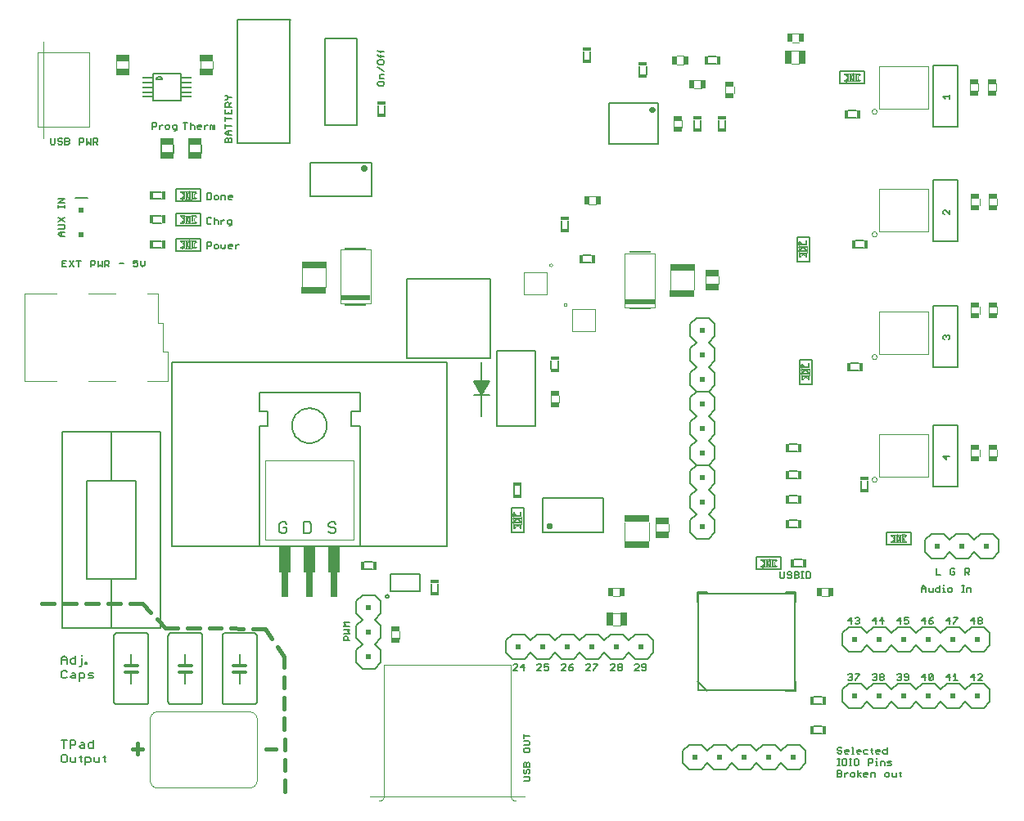
<source format=gto>
G75*
%MOIN*%
%OFA0B0*%
%FSLAX24Y24*%
%IPPOS*%
%LPD*%
%AMOC8*
5,1,8,0,0,1.08239X$1,22.5*
%
%ADD10C,0.0060*%
%ADD11C,0.0080*%
%ADD12C,0.0160*%
%ADD13R,0.0394X0.0098*%
%ADD14C,0.0020*%
%ADD15C,0.0040*%
%ADD16C,0.0050*%
%ADD17R,0.0059X0.0079*%
%ADD18R,0.0020X0.0020*%
%ADD19R,0.0148X0.0020*%
%ADD20R,0.0118X0.0079*%
%ADD21R,0.0089X0.0354*%
%ADD22R,0.0197X0.0079*%
%ADD23R,0.0089X0.0217*%
%ADD24R,0.0039X0.0039*%
%ADD25R,0.0160X0.0340*%
%ADD26R,0.0551X0.0256*%
%ADD27C,0.0039*%
%ADD28R,0.0200X0.0200*%
%ADD29C,0.0079*%
%ADD30C,0.0118*%
%ADD31R,0.0340X0.0160*%
%ADD32R,0.0300X0.0250*%
%ADD33R,0.0500X0.1100*%
%ADD34R,0.0300X0.0750*%
%ADD35C,0.0120*%
%ADD36R,0.0079X0.0059*%
%ADD37R,0.0020X0.0148*%
%ADD38R,0.0079X0.0118*%
%ADD39R,0.0354X0.0089*%
%ADD40R,0.0079X0.0197*%
%ADD41R,0.0217X0.0089*%
%ADD42R,0.0197X0.0374*%
%ADD43R,0.0571X0.0295*%
%ADD44R,0.1024X0.0295*%
%ADD45R,0.0374X0.0197*%
%ADD46R,0.0866X0.0059*%
%ADD47R,0.1240X0.0197*%
%ADD48R,0.0295X0.0571*%
D10*
X004482Y004164D02*
X004482Y006864D01*
X004484Y006881D01*
X004488Y006898D01*
X004495Y006914D01*
X004505Y006928D01*
X004518Y006941D01*
X004532Y006951D01*
X004548Y006958D01*
X004565Y006962D01*
X004582Y006964D01*
X005782Y006964D01*
X005799Y006962D01*
X005816Y006958D01*
X005832Y006951D01*
X005846Y006941D01*
X005859Y006928D01*
X005869Y006914D01*
X005876Y006898D01*
X005880Y006881D01*
X005882Y006864D01*
X005882Y004164D01*
X005880Y004147D01*
X005876Y004130D01*
X005869Y004114D01*
X005859Y004100D01*
X005846Y004087D01*
X005832Y004077D01*
X005816Y004070D01*
X005799Y004066D01*
X005782Y004064D01*
X004582Y004064D01*
X004565Y004066D01*
X004548Y004070D01*
X004532Y004077D01*
X004518Y004087D01*
X004505Y004100D01*
X004495Y004114D01*
X004488Y004130D01*
X004484Y004147D01*
X004482Y004164D01*
X005182Y004914D02*
X005182Y005384D01*
X005182Y005634D02*
X005182Y006114D01*
X006687Y006864D02*
X006687Y004164D01*
X006689Y004147D01*
X006693Y004130D01*
X006700Y004114D01*
X006710Y004100D01*
X006723Y004087D01*
X006737Y004077D01*
X006753Y004070D01*
X006770Y004066D01*
X006787Y004064D01*
X007987Y004064D01*
X008004Y004066D01*
X008021Y004070D01*
X008037Y004077D01*
X008051Y004087D01*
X008064Y004100D01*
X008074Y004114D01*
X008081Y004130D01*
X008085Y004147D01*
X008087Y004164D01*
X008087Y006864D01*
X008085Y006881D01*
X008081Y006898D01*
X008074Y006914D01*
X008064Y006928D01*
X008051Y006941D01*
X008037Y006951D01*
X008021Y006958D01*
X008004Y006962D01*
X007987Y006964D01*
X006787Y006964D01*
X006770Y006962D01*
X006753Y006958D01*
X006737Y006951D01*
X006723Y006941D01*
X006710Y006928D01*
X006700Y006914D01*
X006693Y006898D01*
X006689Y006881D01*
X006687Y006864D01*
X007387Y006114D02*
X007387Y005634D01*
X007387Y005384D02*
X007387Y004914D01*
X008891Y004164D02*
X008891Y006864D01*
X008893Y006881D01*
X008897Y006898D01*
X008904Y006914D01*
X008914Y006928D01*
X008927Y006941D01*
X008941Y006951D01*
X008957Y006958D01*
X008974Y006962D01*
X008991Y006964D01*
X010191Y006964D01*
X010208Y006962D01*
X010225Y006958D01*
X010241Y006951D01*
X010255Y006941D01*
X010268Y006928D01*
X010278Y006914D01*
X010285Y006898D01*
X010289Y006881D01*
X010291Y006864D01*
X010291Y004164D01*
X010289Y004147D01*
X010285Y004130D01*
X010278Y004114D01*
X010268Y004100D01*
X010255Y004087D01*
X010241Y004077D01*
X010225Y004070D01*
X010208Y004066D01*
X010191Y004064D01*
X008991Y004064D01*
X008974Y004066D01*
X008957Y004070D01*
X008941Y004077D01*
X008927Y004087D01*
X008914Y004100D01*
X008904Y004114D01*
X008897Y004130D01*
X008893Y004147D01*
X008891Y004164D01*
X009591Y004914D02*
X009591Y005384D01*
X009591Y005634D02*
X009591Y006114D01*
X013832Y006654D02*
X013832Y006781D01*
X013875Y006824D01*
X013960Y006824D01*
X014002Y006781D01*
X014002Y006654D01*
X014087Y006654D02*
X013832Y006654D01*
X013832Y006944D02*
X014087Y006944D01*
X014002Y007029D01*
X014087Y007114D01*
X013832Y007114D01*
X013832Y007234D02*
X013917Y007319D01*
X013832Y007404D01*
X014087Y007404D01*
X014087Y007234D02*
X013832Y007234D01*
X014669Y009574D02*
X015009Y009574D01*
X015009Y009854D02*
X014669Y009854D01*
X017398Y008984D02*
X017398Y008644D01*
X017679Y008644D02*
X017679Y008984D01*
X020790Y005699D02*
X020747Y005656D01*
X020790Y005699D02*
X020875Y005699D01*
X020917Y005656D01*
X020917Y005614D01*
X020747Y005444D01*
X020917Y005444D01*
X021037Y005571D02*
X021207Y005571D01*
X021165Y005444D02*
X021165Y005699D01*
X021037Y005571D01*
X021708Y005656D02*
X021750Y005699D01*
X021836Y005699D01*
X021878Y005656D01*
X021878Y005614D01*
X021708Y005444D01*
X021878Y005444D01*
X021998Y005486D02*
X022040Y005444D01*
X022126Y005444D01*
X022168Y005486D01*
X022168Y005571D01*
X022126Y005614D01*
X022083Y005614D01*
X021998Y005571D01*
X021998Y005699D01*
X022168Y005699D01*
X022708Y005656D02*
X022750Y005699D01*
X022836Y005699D01*
X022878Y005656D01*
X022878Y005614D01*
X022708Y005444D01*
X022878Y005444D01*
X022998Y005486D02*
X023040Y005444D01*
X023126Y005444D01*
X023168Y005486D01*
X023168Y005529D01*
X023126Y005571D01*
X022998Y005571D01*
X022998Y005486D01*
X022998Y005571D02*
X023083Y005656D01*
X023168Y005699D01*
X023708Y005656D02*
X023750Y005699D01*
X023836Y005699D01*
X023878Y005656D01*
X023878Y005614D01*
X023708Y005444D01*
X023878Y005444D01*
X023998Y005444D02*
X023998Y005486D01*
X024168Y005656D01*
X024168Y005699D01*
X023998Y005699D01*
X024708Y005656D02*
X024750Y005699D01*
X024836Y005699D01*
X024878Y005656D01*
X024878Y005614D01*
X024708Y005444D01*
X024878Y005444D01*
X024998Y005486D02*
X024998Y005529D01*
X025040Y005571D01*
X025126Y005571D01*
X025168Y005529D01*
X025168Y005486D01*
X025126Y005444D01*
X025040Y005444D01*
X024998Y005486D01*
X025040Y005571D02*
X024998Y005614D01*
X024998Y005656D01*
X025040Y005699D01*
X025126Y005699D01*
X025168Y005656D01*
X025168Y005614D01*
X025126Y005571D01*
X025687Y005656D02*
X025729Y005699D01*
X025814Y005699D01*
X025857Y005656D01*
X025857Y005614D01*
X025687Y005444D01*
X025857Y005444D01*
X025977Y005486D02*
X026019Y005444D01*
X026104Y005444D01*
X026147Y005486D01*
X026147Y005656D01*
X026104Y005699D01*
X026019Y005699D01*
X025977Y005656D01*
X025977Y005614D01*
X026019Y005571D01*
X026147Y005571D01*
X021412Y002763D02*
X021157Y002763D01*
X021157Y002848D02*
X021157Y002677D01*
X021157Y002558D02*
X021369Y002558D01*
X021412Y002515D01*
X021412Y002430D01*
X021369Y002387D01*
X021157Y002387D01*
X021199Y002268D02*
X021157Y002225D01*
X021157Y002140D01*
X021199Y002097D01*
X021369Y002097D01*
X021412Y002140D01*
X021412Y002225D01*
X021369Y002268D01*
X021199Y002268D01*
X021199Y001688D02*
X021242Y001688D01*
X021284Y001645D01*
X021284Y001517D01*
X021327Y001398D02*
X021369Y001398D01*
X021412Y001355D01*
X021412Y001270D01*
X021369Y001227D01*
X021284Y001270D02*
X021284Y001355D01*
X021327Y001398D01*
X021199Y001398D02*
X021157Y001355D01*
X021157Y001270D01*
X021199Y001227D01*
X021242Y001227D01*
X021284Y001270D01*
X021369Y001108D02*
X021157Y001108D01*
X021157Y000937D02*
X021369Y000937D01*
X021412Y000980D01*
X021412Y001065D01*
X021369Y001108D01*
X021412Y001517D02*
X021412Y001645D01*
X021369Y001688D01*
X021327Y001688D01*
X021284Y001645D01*
X021199Y001688D02*
X021157Y001645D01*
X021157Y001517D01*
X021412Y001517D01*
X031609Y009246D02*
X031609Y009459D01*
X031779Y009459D02*
X031779Y009246D01*
X031736Y009204D01*
X031651Y009204D01*
X031609Y009246D01*
X031899Y009246D02*
X031941Y009204D01*
X032026Y009204D01*
X032069Y009246D01*
X032069Y009289D01*
X032026Y009331D01*
X031941Y009331D01*
X031899Y009374D01*
X031899Y009416D01*
X031941Y009459D01*
X032026Y009459D01*
X032069Y009416D01*
X032189Y009459D02*
X032189Y009204D01*
X032316Y009204D01*
X032359Y009246D01*
X032359Y009289D01*
X032316Y009331D01*
X032189Y009331D01*
X032316Y009331D02*
X032359Y009374D01*
X032359Y009416D01*
X032316Y009459D01*
X032189Y009459D01*
X032169Y009674D02*
X032509Y009674D01*
X032521Y009459D02*
X032521Y009204D01*
X032479Y009204D02*
X032564Y009204D01*
X032672Y009204D02*
X032800Y009204D01*
X032842Y009246D01*
X032842Y009416D01*
X032800Y009459D01*
X032672Y009459D01*
X032672Y009204D01*
X032564Y009459D02*
X032479Y009459D01*
X032509Y009954D02*
X032169Y009954D01*
X032309Y011274D02*
X031969Y011274D01*
X031969Y011554D02*
X032309Y011554D01*
X032309Y012274D02*
X031969Y012274D01*
X031969Y012554D02*
X032309Y012554D01*
X032309Y013274D02*
X031969Y013274D01*
X031969Y013554D02*
X032309Y013554D01*
X032309Y014374D02*
X031969Y014374D01*
X031969Y014654D02*
X032309Y014654D01*
X034898Y013184D02*
X034898Y012844D01*
X035179Y012844D02*
X035179Y013184D01*
X038253Y014171D02*
X038381Y014044D01*
X038381Y014214D01*
X038509Y014171D02*
X038253Y014171D01*
X034809Y017674D02*
X034469Y017674D01*
X034469Y017954D02*
X034809Y017954D01*
X038253Y018986D02*
X038253Y019071D01*
X038296Y019114D01*
X038338Y019114D01*
X038381Y019071D01*
X038424Y019114D01*
X038466Y019114D01*
X038509Y019071D01*
X038509Y018986D01*
X038466Y018944D01*
X038381Y019029D02*
X038381Y019071D01*
X038296Y018944D02*
X038253Y018986D01*
X035009Y022674D02*
X034669Y022674D01*
X034669Y022954D02*
X035009Y022954D01*
X038253Y024086D02*
X038296Y024044D01*
X038253Y024086D02*
X038253Y024171D01*
X038296Y024214D01*
X038338Y024214D01*
X038509Y024044D01*
X038509Y024214D01*
X034709Y027974D02*
X034369Y027974D01*
X034369Y028254D02*
X034709Y028254D01*
X038253Y028829D02*
X038509Y028829D01*
X038509Y028744D02*
X038509Y028914D01*
X038338Y028744D02*
X038253Y028829D01*
X029379Y027884D02*
X029379Y027544D01*
X029098Y027544D02*
X029098Y027884D01*
X028379Y027884D02*
X028379Y027544D01*
X028098Y027544D02*
X028098Y027884D01*
X026159Y029744D02*
X026159Y030084D01*
X025878Y030084D02*
X025878Y029744D01*
X023879Y030344D02*
X023879Y030684D01*
X023598Y030684D02*
X023598Y030344D01*
X028669Y030454D02*
X029009Y030454D01*
X029009Y030174D02*
X028669Y030174D01*
X022979Y023784D02*
X022979Y023444D01*
X022698Y023444D02*
X022698Y023784D01*
X023569Y022354D02*
X023909Y022354D01*
X023909Y022074D02*
X023569Y022074D01*
X022566Y018085D02*
X022566Y017745D01*
X022286Y017745D02*
X022286Y018085D01*
X021046Y012957D02*
X021046Y012616D01*
X020766Y012616D02*
X020766Y012957D01*
X009429Y022644D02*
X009429Y022814D01*
X009429Y022729D02*
X009514Y022814D01*
X009556Y022814D01*
X009309Y022771D02*
X009309Y022729D01*
X009139Y022729D01*
X009139Y022771D02*
X009181Y022814D01*
X009266Y022814D01*
X009309Y022771D01*
X009266Y022644D02*
X009181Y022644D01*
X009139Y022686D01*
X009139Y022771D01*
X009019Y022814D02*
X009019Y022686D01*
X008976Y022644D01*
X008934Y022686D01*
X008891Y022644D01*
X008849Y022686D01*
X008849Y022814D01*
X008729Y022771D02*
X008686Y022814D01*
X008601Y022814D01*
X008559Y022771D01*
X008559Y022686D01*
X008601Y022644D01*
X008686Y022644D01*
X008729Y022686D01*
X008729Y022771D01*
X008439Y022771D02*
X008396Y022729D01*
X008269Y022729D01*
X008269Y022644D02*
X008269Y022899D01*
X008396Y022899D01*
X008439Y022856D01*
X008439Y022771D01*
X009175Y023559D02*
X009218Y023559D01*
X009260Y023601D01*
X009260Y023814D01*
X009133Y023814D01*
X009090Y023771D01*
X009090Y023686D01*
X009133Y023644D01*
X009260Y023644D01*
X008976Y023814D02*
X008934Y023814D01*
X008849Y023729D01*
X008849Y023644D02*
X008849Y023814D01*
X008729Y023771D02*
X008729Y023644D01*
X008729Y023771D02*
X008686Y023814D01*
X008601Y023814D01*
X008559Y023771D01*
X008559Y023644D02*
X008559Y023899D01*
X008439Y023856D02*
X008396Y023899D01*
X008311Y023899D01*
X008269Y023856D01*
X008269Y023686D01*
X008311Y023644D01*
X008396Y023644D01*
X008439Y023686D01*
X008396Y024644D02*
X008439Y024686D01*
X008439Y024856D01*
X008396Y024899D01*
X008269Y024899D01*
X008269Y024644D01*
X008396Y024644D01*
X008559Y024686D02*
X008601Y024644D01*
X008686Y024644D01*
X008729Y024686D01*
X008729Y024771D01*
X008686Y024814D01*
X008601Y024814D01*
X008559Y024771D01*
X008559Y024686D01*
X008849Y024644D02*
X008849Y024814D01*
X008976Y024814D01*
X009019Y024771D01*
X009019Y024644D01*
X009139Y024686D02*
X009139Y024771D01*
X009181Y024814D01*
X009266Y024814D01*
X009309Y024771D01*
X009309Y024729D01*
X009139Y024729D01*
X009139Y024686D02*
X009181Y024644D01*
X009266Y024644D01*
X008029Y026552D02*
X008029Y026875D01*
X007529Y026875D02*
X007529Y026552D01*
X006889Y026552D02*
X006889Y026875D01*
X006389Y026875D02*
X006389Y026552D01*
X006945Y027427D02*
X006988Y027427D01*
X007030Y027470D01*
X007030Y027682D01*
X006903Y027682D01*
X006860Y027640D01*
X006860Y027555D01*
X006903Y027512D01*
X007030Y027512D01*
X006740Y027555D02*
X006740Y027640D01*
X006698Y027682D01*
X006613Y027682D01*
X006570Y027640D01*
X006570Y027555D01*
X006613Y027512D01*
X006698Y027512D01*
X006740Y027555D01*
X006456Y027682D02*
X006414Y027682D01*
X006329Y027597D01*
X006329Y027512D02*
X006329Y027682D01*
X006209Y027640D02*
X006166Y027597D01*
X006039Y027597D01*
X006039Y027512D02*
X006039Y027767D01*
X006166Y027767D01*
X006209Y027725D01*
X006209Y027640D01*
X007299Y027767D02*
X007469Y027767D01*
X007384Y027767D02*
X007384Y027512D01*
X007589Y027512D02*
X007589Y027767D01*
X007631Y027682D02*
X007716Y027682D01*
X007759Y027640D01*
X007759Y027512D01*
X007879Y027555D02*
X007879Y027640D01*
X007921Y027682D01*
X008006Y027682D01*
X008049Y027640D01*
X008049Y027597D01*
X007879Y027597D01*
X007879Y027555D02*
X007921Y027512D01*
X008006Y027512D01*
X008169Y027512D02*
X008169Y027682D01*
X008169Y027597D02*
X008254Y027682D01*
X008296Y027682D01*
X008410Y027682D02*
X008453Y027682D01*
X008495Y027640D01*
X008538Y027682D01*
X008580Y027640D01*
X008580Y027512D01*
X008495Y027512D02*
X008495Y027640D01*
X008410Y027682D02*
X008410Y027512D01*
X009013Y027549D02*
X009013Y027719D01*
X009013Y027634D02*
X009269Y027634D01*
X009269Y027429D02*
X009098Y027429D01*
X009013Y027344D01*
X009098Y027259D01*
X009269Y027259D01*
X009226Y027139D02*
X009269Y027097D01*
X009269Y026969D01*
X009013Y026969D01*
X009013Y027097D01*
X009056Y027139D01*
X009098Y027139D01*
X009141Y027097D01*
X009141Y026969D01*
X009141Y027097D02*
X009184Y027139D01*
X009226Y027139D01*
X009141Y027259D02*
X009141Y027429D01*
X009013Y027839D02*
X009013Y028009D01*
X009013Y027924D02*
X009269Y027924D01*
X009269Y028129D02*
X009013Y028129D01*
X009013Y028299D01*
X009013Y028419D02*
X009013Y028547D01*
X009056Y028589D01*
X009141Y028589D01*
X009184Y028547D01*
X009184Y028419D01*
X009269Y028419D02*
X009013Y028419D01*
X009184Y028504D02*
X009269Y028589D01*
X009269Y028794D02*
X009141Y028794D01*
X009056Y028879D01*
X009013Y028879D01*
X009141Y028794D02*
X009056Y028709D01*
X009013Y028709D01*
X009269Y028299D02*
X009269Y028129D01*
X009141Y028129D02*
X009141Y028214D01*
X007631Y027682D02*
X007589Y027640D01*
X006415Y024945D02*
X006075Y024945D01*
X006075Y024665D02*
X006415Y024665D01*
X006415Y023961D02*
X006075Y023961D01*
X006075Y023681D02*
X006415Y023681D01*
X006415Y022937D02*
X006075Y022937D01*
X006075Y022657D02*
X006415Y022657D01*
X005732Y022151D02*
X005732Y021981D01*
X005647Y021896D01*
X005562Y021981D01*
X005562Y022151D01*
X005442Y022151D02*
X005272Y022151D01*
X005272Y022024D01*
X005357Y022066D01*
X005399Y022066D01*
X005442Y022024D01*
X005442Y021939D01*
X005399Y021896D01*
X005314Y021896D01*
X005272Y021939D01*
X004862Y022024D02*
X004692Y022024D01*
X004282Y022024D02*
X004239Y021981D01*
X004112Y021981D01*
X004197Y021981D02*
X004282Y021896D01*
X004282Y022024D02*
X004282Y022109D01*
X004239Y022151D01*
X004112Y022151D01*
X004112Y021896D01*
X003992Y021896D02*
X003992Y022151D01*
X003822Y022151D02*
X003822Y021896D01*
X003907Y021981D01*
X003992Y021896D01*
X003702Y022024D02*
X003659Y021981D01*
X003532Y021981D01*
X003532Y021896D02*
X003532Y022151D01*
X003659Y022151D01*
X003702Y022109D01*
X003702Y022024D01*
X003122Y022151D02*
X002952Y022151D01*
X003037Y022151D02*
X003037Y021896D01*
X002832Y021896D02*
X002662Y022151D01*
X002542Y022151D02*
X002372Y022151D01*
X002372Y021896D01*
X002542Y021896D01*
X002662Y021896D02*
X002832Y022151D01*
X002457Y022024D02*
X002372Y022024D01*
X002347Y023142D02*
X002347Y023312D01*
X002305Y023312D02*
X002475Y023312D01*
X002432Y023432D02*
X002475Y023475D01*
X002475Y023560D01*
X002432Y023602D01*
X002220Y023602D01*
X002220Y023722D02*
X002475Y023892D01*
X002475Y023722D02*
X002220Y023892D01*
X002220Y024302D02*
X002220Y024387D01*
X002220Y024345D02*
X002475Y024345D01*
X002475Y024387D02*
X002475Y024302D01*
X002475Y024496D02*
X002220Y024496D01*
X002475Y024666D01*
X002220Y024666D01*
X002889Y024714D02*
X003389Y024714D01*
X002432Y023432D02*
X002220Y023432D01*
X002305Y023312D02*
X002220Y023227D01*
X002305Y023142D01*
X002475Y023142D01*
X002485Y026882D02*
X002612Y026882D01*
X002655Y026925D01*
X002655Y026967D01*
X002612Y027010D01*
X002485Y027010D01*
X002365Y026967D02*
X002365Y026925D01*
X002322Y026882D01*
X002237Y026882D01*
X002195Y026925D01*
X002237Y027010D02*
X002322Y027010D01*
X002365Y026967D01*
X002365Y027095D02*
X002322Y027137D01*
X002237Y027137D01*
X002195Y027095D01*
X002195Y027052D01*
X002237Y027010D01*
X002075Y026925D02*
X002075Y027137D01*
X001905Y027137D02*
X001905Y026925D01*
X001947Y026882D01*
X002032Y026882D01*
X002075Y026925D01*
X002485Y026882D02*
X002485Y027137D01*
X002612Y027137D01*
X002655Y027095D01*
X002655Y027052D01*
X002612Y027010D01*
X003065Y026967D02*
X003192Y026967D01*
X003235Y027010D01*
X003235Y027095D01*
X003192Y027137D01*
X003065Y027137D01*
X003065Y026882D01*
X003355Y026882D02*
X003355Y027137D01*
X003525Y027137D02*
X003525Y026882D01*
X003440Y026967D01*
X003355Y026882D01*
X003645Y026882D02*
X003645Y027137D01*
X003772Y027137D01*
X003815Y027095D01*
X003815Y027010D01*
X003772Y026967D01*
X003645Y026967D01*
X003730Y026967D02*
X003815Y026882D01*
X015228Y028134D02*
X015228Y028474D01*
X015509Y028474D02*
X015509Y028134D01*
X015434Y029280D02*
X015476Y029322D01*
X015476Y029408D01*
X015434Y029450D01*
X015264Y029450D01*
X015221Y029408D01*
X015221Y029322D01*
X015264Y029280D01*
X015434Y029280D01*
X015476Y029570D02*
X015306Y029570D01*
X015306Y029698D01*
X015349Y029740D01*
X015476Y029740D01*
X015476Y029860D02*
X015221Y030030D01*
X015264Y030150D02*
X015221Y030193D01*
X015221Y030278D01*
X015264Y030320D01*
X015434Y030320D01*
X015476Y030278D01*
X015476Y030193D01*
X015434Y030150D01*
X015264Y030150D01*
X015349Y030440D02*
X015349Y030525D01*
X015264Y030483D02*
X015221Y030525D01*
X015264Y030483D02*
X015476Y030483D01*
X015476Y030676D02*
X015264Y030676D01*
X015221Y030718D01*
X015349Y030718D02*
X015349Y030633D01*
X037969Y009599D02*
X037969Y009344D01*
X038139Y009344D01*
X038549Y009386D02*
X038591Y009344D01*
X038676Y009344D01*
X038719Y009386D01*
X038719Y009471D01*
X038634Y009471D01*
X038719Y009556D02*
X038676Y009599D01*
X038591Y009599D01*
X038549Y009556D01*
X038549Y009386D01*
X039129Y009344D02*
X039129Y009599D01*
X039256Y009599D01*
X039299Y009556D01*
X039299Y009471D01*
X039256Y009429D01*
X039129Y009429D01*
X039214Y009429D02*
X039299Y009344D01*
X039097Y008899D02*
X039012Y008899D01*
X039055Y008899D02*
X039055Y008644D01*
X039097Y008644D02*
X039012Y008644D01*
X039205Y008644D02*
X039205Y008814D01*
X039333Y008814D01*
X039375Y008771D01*
X039375Y008644D01*
X038602Y008686D02*
X038602Y008771D01*
X038560Y008814D01*
X038474Y008814D01*
X038432Y008771D01*
X038432Y008686D01*
X038474Y008644D01*
X038560Y008644D01*
X038602Y008686D01*
X038324Y008644D02*
X038239Y008644D01*
X038281Y008644D02*
X038281Y008814D01*
X038239Y008814D01*
X038281Y008899D02*
X038281Y008941D01*
X038119Y008899D02*
X038119Y008644D01*
X037991Y008644D01*
X037949Y008686D01*
X037949Y008771D01*
X037991Y008814D01*
X038119Y008814D01*
X037829Y008814D02*
X037829Y008644D01*
X037701Y008644D01*
X037659Y008686D01*
X037659Y008814D01*
X037539Y008814D02*
X037539Y008644D01*
X037539Y008771D02*
X037369Y008771D01*
X037369Y008814D02*
X037454Y008899D01*
X037539Y008814D01*
X037369Y008814D02*
X037369Y008644D01*
X037496Y007599D02*
X037369Y007471D01*
X037539Y007471D01*
X037659Y007471D02*
X037786Y007471D01*
X037829Y007429D01*
X037829Y007386D01*
X037786Y007344D01*
X037701Y007344D01*
X037659Y007386D01*
X037659Y007471D01*
X037744Y007556D01*
X037829Y007599D01*
X037496Y007599D02*
X037496Y007344D01*
X036829Y007386D02*
X036786Y007344D01*
X036701Y007344D01*
X036659Y007386D01*
X036659Y007471D02*
X036744Y007514D01*
X036786Y007514D01*
X036829Y007471D01*
X036829Y007386D01*
X036659Y007471D02*
X036659Y007599D01*
X036829Y007599D01*
X036539Y007471D02*
X036369Y007471D01*
X036496Y007599D01*
X036496Y007344D01*
X035829Y007471D02*
X035659Y007471D01*
X035786Y007599D01*
X035786Y007344D01*
X035539Y007471D02*
X035369Y007471D01*
X035496Y007599D01*
X035496Y007344D01*
X034829Y007386D02*
X034786Y007344D01*
X034701Y007344D01*
X034659Y007386D01*
X034744Y007471D02*
X034786Y007471D01*
X034829Y007429D01*
X034829Y007386D01*
X034786Y007471D02*
X034829Y007514D01*
X034829Y007556D01*
X034786Y007599D01*
X034701Y007599D01*
X034659Y007556D01*
X034539Y007471D02*
X034369Y007471D01*
X034496Y007599D01*
X034496Y007344D01*
X034496Y005299D02*
X034539Y005256D01*
X034539Y005214D01*
X034496Y005171D01*
X034539Y005129D01*
X034539Y005086D01*
X034496Y005044D01*
X034411Y005044D01*
X034369Y005086D01*
X034454Y005171D02*
X034496Y005171D01*
X034496Y005299D02*
X034411Y005299D01*
X034369Y005256D01*
X034659Y005299D02*
X034829Y005299D01*
X034829Y005256D01*
X034659Y005086D01*
X034659Y005044D01*
X035369Y005086D02*
X035411Y005044D01*
X035496Y005044D01*
X035539Y005086D01*
X035539Y005129D01*
X035496Y005171D01*
X035454Y005171D01*
X035496Y005171D02*
X035539Y005214D01*
X035539Y005256D01*
X035496Y005299D01*
X035411Y005299D01*
X035369Y005256D01*
X035659Y005256D02*
X035659Y005214D01*
X035701Y005171D01*
X035786Y005171D01*
X035829Y005129D01*
X035829Y005086D01*
X035786Y005044D01*
X035701Y005044D01*
X035659Y005086D01*
X035659Y005129D01*
X035701Y005171D01*
X035786Y005171D02*
X035829Y005214D01*
X035829Y005256D01*
X035786Y005299D01*
X035701Y005299D01*
X035659Y005256D01*
X036369Y005256D02*
X036411Y005299D01*
X036496Y005299D01*
X036539Y005256D01*
X036539Y005214D01*
X036496Y005171D01*
X036539Y005129D01*
X036539Y005086D01*
X036496Y005044D01*
X036411Y005044D01*
X036369Y005086D01*
X036454Y005171D02*
X036496Y005171D01*
X036659Y005214D02*
X036701Y005171D01*
X036829Y005171D01*
X036829Y005086D02*
X036829Y005256D01*
X036786Y005299D01*
X036701Y005299D01*
X036659Y005256D01*
X036659Y005214D01*
X036659Y005086D02*
X036701Y005044D01*
X036786Y005044D01*
X036829Y005086D01*
X037369Y005171D02*
X037539Y005171D01*
X037496Y005044D02*
X037496Y005299D01*
X037369Y005171D01*
X037659Y005086D02*
X037829Y005256D01*
X037829Y005086D01*
X037786Y005044D01*
X037701Y005044D01*
X037659Y005086D01*
X037659Y005256D01*
X037701Y005299D01*
X037786Y005299D01*
X037829Y005256D01*
X038369Y005171D02*
X038539Y005171D01*
X038659Y005214D02*
X038744Y005299D01*
X038744Y005044D01*
X038659Y005044D02*
X038829Y005044D01*
X038496Y005044D02*
X038496Y005299D01*
X038369Y005171D01*
X039369Y005171D02*
X039539Y005171D01*
X039496Y005044D02*
X039496Y005299D01*
X039369Y005171D01*
X039659Y005256D02*
X039701Y005299D01*
X039786Y005299D01*
X039829Y005256D01*
X039829Y005214D01*
X039659Y005044D01*
X039829Y005044D01*
X039786Y007344D02*
X039701Y007344D01*
X039659Y007386D01*
X039659Y007429D01*
X039701Y007471D01*
X039786Y007471D01*
X039829Y007429D01*
X039829Y007386D01*
X039786Y007344D01*
X039786Y007471D02*
X039829Y007514D01*
X039829Y007556D01*
X039786Y007599D01*
X039701Y007599D01*
X039659Y007556D01*
X039659Y007514D01*
X039701Y007471D01*
X039539Y007471D02*
X039369Y007471D01*
X039496Y007599D01*
X039496Y007344D01*
X038829Y007556D02*
X038659Y007386D01*
X038659Y007344D01*
X038496Y007344D02*
X038496Y007599D01*
X038369Y007471D01*
X038539Y007471D01*
X038659Y007599D02*
X038829Y007599D01*
X038829Y007556D01*
X033309Y004354D02*
X032969Y004354D01*
X032969Y004074D02*
X033309Y004074D01*
X033309Y003154D02*
X032969Y003154D01*
X032969Y002874D02*
X033309Y002874D01*
X033949Y002261D02*
X033949Y002219D01*
X033991Y002176D01*
X034076Y002176D01*
X034119Y002134D01*
X034119Y002091D01*
X034076Y002049D01*
X033991Y002049D01*
X033949Y002091D01*
X033949Y002261D02*
X033991Y002304D01*
X034076Y002304D01*
X034119Y002261D01*
X034239Y002176D02*
X034281Y002219D01*
X034366Y002219D01*
X034409Y002176D01*
X034409Y002134D01*
X034239Y002134D01*
X034239Y002176D02*
X034239Y002091D01*
X034281Y002049D01*
X034366Y002049D01*
X034529Y002049D02*
X034614Y002049D01*
X034571Y002049D02*
X034571Y002304D01*
X034529Y002304D01*
X034722Y002176D02*
X034764Y002219D01*
X034850Y002219D01*
X034892Y002176D01*
X034892Y002134D01*
X034722Y002134D01*
X034722Y002176D02*
X034722Y002091D01*
X034764Y002049D01*
X034850Y002049D01*
X035012Y002091D02*
X035054Y002049D01*
X035182Y002049D01*
X035344Y002091D02*
X035387Y002049D01*
X035344Y002091D02*
X035344Y002261D01*
X035302Y002219D02*
X035387Y002219D01*
X035495Y002176D02*
X035538Y002219D01*
X035623Y002219D01*
X035665Y002176D01*
X035665Y002134D01*
X035495Y002134D01*
X035495Y002176D02*
X035495Y002091D01*
X035538Y002049D01*
X035623Y002049D01*
X035785Y002091D02*
X035785Y002176D01*
X035828Y002219D01*
X035955Y002219D01*
X035955Y002304D02*
X035955Y002049D01*
X035828Y002049D01*
X035785Y002091D01*
X035538Y001874D02*
X035538Y001831D01*
X035538Y001746D02*
X035538Y001576D01*
X035580Y001576D02*
X035495Y001576D01*
X035495Y001746D02*
X035538Y001746D01*
X035689Y001746D02*
X035816Y001746D01*
X035859Y001704D01*
X035859Y001576D01*
X035979Y001576D02*
X036106Y001576D01*
X036149Y001619D01*
X036106Y001661D01*
X036021Y001661D01*
X035979Y001704D01*
X036021Y001746D01*
X036149Y001746D01*
X035689Y001746D02*
X035689Y001576D01*
X035375Y001704D02*
X035333Y001661D01*
X035205Y001661D01*
X035205Y001576D02*
X035205Y001831D01*
X035333Y001831D01*
X035375Y001789D01*
X035375Y001704D01*
X035012Y002091D02*
X035012Y002176D01*
X035054Y002219D01*
X035182Y002219D01*
X034795Y001789D02*
X034753Y001831D01*
X034668Y001831D01*
X034625Y001789D01*
X034625Y001619D01*
X034668Y001576D01*
X034753Y001576D01*
X034795Y001619D01*
X034795Y001789D01*
X034517Y001831D02*
X034432Y001831D01*
X034474Y001831D02*
X034474Y001576D01*
X034432Y001576D02*
X034517Y001576D01*
X034312Y001619D02*
X034270Y001576D01*
X034184Y001576D01*
X034142Y001619D01*
X034142Y001789D01*
X034184Y001831D01*
X034270Y001831D01*
X034312Y001789D01*
X034312Y001619D01*
X034034Y001576D02*
X033949Y001576D01*
X033991Y001576D02*
X033991Y001831D01*
X033949Y001831D02*
X034034Y001831D01*
X034076Y001359D02*
X034119Y001316D01*
X034119Y001274D01*
X034076Y001231D01*
X033949Y001231D01*
X034076Y001231D02*
X034119Y001189D01*
X034119Y001146D01*
X034076Y001104D01*
X033949Y001104D01*
X033949Y001359D01*
X034076Y001359D01*
X034239Y001274D02*
X034239Y001104D01*
X034239Y001189D02*
X034324Y001274D01*
X034366Y001274D01*
X034480Y001231D02*
X034480Y001146D01*
X034523Y001104D01*
X034608Y001104D01*
X034650Y001146D01*
X034650Y001231D01*
X034608Y001274D01*
X034523Y001274D01*
X034480Y001231D01*
X034770Y001189D02*
X034898Y001274D01*
X035012Y001231D02*
X035054Y001274D01*
X035140Y001274D01*
X035182Y001231D01*
X035182Y001189D01*
X035012Y001189D01*
X035012Y001231D02*
X035012Y001146D01*
X035054Y001104D01*
X035140Y001104D01*
X035302Y001104D02*
X035302Y001274D01*
X035430Y001274D01*
X035472Y001231D01*
X035472Y001104D01*
X035882Y001146D02*
X035925Y001104D01*
X036010Y001104D01*
X036052Y001146D01*
X036052Y001231D01*
X036010Y001274D01*
X035925Y001274D01*
X035882Y001231D01*
X035882Y001146D01*
X036172Y001146D02*
X036215Y001104D01*
X036342Y001104D01*
X036342Y001274D01*
X036462Y001274D02*
X036547Y001274D01*
X036505Y001316D02*
X036505Y001146D01*
X036547Y001104D01*
X036172Y001146D02*
X036172Y001274D01*
X034898Y001104D02*
X034770Y001189D01*
X034770Y001104D02*
X034770Y001359D01*
D11*
X002400Y001695D02*
X002348Y001748D01*
X002348Y001957D01*
X002400Y002009D01*
X002505Y002009D01*
X002557Y001957D01*
X002557Y001748D01*
X002505Y001695D01*
X002400Y001695D01*
X002710Y001748D02*
X002763Y001695D01*
X002920Y001695D01*
X002920Y001905D01*
X003073Y001905D02*
X003178Y001905D01*
X003125Y001957D02*
X003125Y001748D01*
X003178Y001695D01*
X003315Y001695D02*
X003472Y001695D01*
X003524Y001748D01*
X003524Y001852D01*
X003472Y001905D01*
X003315Y001905D01*
X003315Y001591D01*
X003677Y001748D02*
X003729Y001695D01*
X003886Y001695D01*
X003886Y001905D01*
X004040Y001905D02*
X004144Y001905D01*
X004092Y001957D02*
X004092Y001748D01*
X004144Y001695D01*
X003677Y001748D02*
X003677Y001905D01*
X003645Y002286D02*
X003488Y002286D01*
X003435Y002338D01*
X003435Y002443D01*
X003488Y002495D01*
X003645Y002495D01*
X003645Y002600D02*
X003645Y002286D01*
X003282Y002286D02*
X003125Y002286D01*
X003073Y002338D01*
X003125Y002391D01*
X003282Y002391D01*
X003282Y002443D02*
X003282Y002286D01*
X003282Y002443D02*
X003230Y002495D01*
X003125Y002495D01*
X002920Y002443D02*
X002867Y002391D01*
X002710Y002391D01*
X002710Y002286D02*
X002710Y002600D01*
X002867Y002600D01*
X002920Y002548D01*
X002920Y002443D01*
X002557Y002600D02*
X002348Y002600D01*
X002453Y002600D02*
X002453Y002286D01*
X002710Y001905D02*
X002710Y001748D01*
X003073Y005016D02*
X003073Y005330D01*
X003230Y005330D01*
X003282Y005278D01*
X003282Y005173D01*
X003230Y005121D01*
X003073Y005121D01*
X002920Y005121D02*
X002763Y005121D01*
X002710Y005173D01*
X002763Y005225D01*
X002920Y005225D01*
X002920Y005278D02*
X002920Y005121D01*
X002920Y005278D02*
X002867Y005330D01*
X002763Y005330D01*
X002557Y005382D02*
X002505Y005435D01*
X002400Y005435D01*
X002348Y005382D01*
X002348Y005173D01*
X002400Y005121D01*
X002505Y005121D01*
X002557Y005173D01*
X002557Y005711D02*
X002557Y005921D01*
X002453Y006025D01*
X002348Y005921D01*
X002348Y005711D01*
X002348Y005868D02*
X002557Y005868D01*
X002710Y005868D02*
X002763Y005921D01*
X002920Y005921D01*
X002920Y006025D02*
X002920Y005711D01*
X002763Y005711D01*
X002710Y005764D01*
X002710Y005868D01*
X003073Y005607D02*
X003125Y005607D01*
X003178Y005659D01*
X003178Y005921D01*
X003178Y006025D02*
X003178Y006078D01*
X003315Y005764D02*
X003367Y005764D01*
X003367Y005711D01*
X003315Y005711D01*
X003315Y005764D01*
X003488Y005330D02*
X003645Y005330D01*
X003592Y005225D02*
X003488Y005225D01*
X003435Y005278D01*
X003488Y005330D01*
X003592Y005225D02*
X003645Y005173D01*
X003592Y005121D01*
X003435Y005121D01*
X014339Y005764D02*
X014589Y005514D01*
X015089Y005514D01*
X015339Y005764D01*
X015339Y006264D01*
X015089Y006514D01*
X015339Y006764D01*
X015339Y007264D01*
X015089Y007514D01*
X015339Y007764D01*
X015339Y008264D01*
X015089Y008514D01*
X014589Y008514D01*
X014339Y008264D01*
X014339Y007764D01*
X014589Y007514D01*
X014339Y007264D01*
X014339Y006764D01*
X014589Y006514D01*
X014339Y006264D01*
X014339Y005764D01*
X020439Y006164D02*
X020689Y005914D01*
X021189Y005914D01*
X021439Y006164D01*
X021689Y005914D01*
X022189Y005914D01*
X022439Y006164D01*
X022689Y005914D01*
X023189Y005914D01*
X023439Y006164D01*
X023689Y005914D01*
X024189Y005914D01*
X024439Y006164D01*
X024689Y005914D01*
X025189Y005914D01*
X025439Y006164D01*
X025689Y005914D01*
X026189Y005914D01*
X026439Y006164D01*
X026439Y006664D01*
X026189Y006914D01*
X025689Y006914D01*
X025439Y006664D01*
X025189Y006914D01*
X024689Y006914D01*
X024439Y006664D01*
X024189Y006914D01*
X023689Y006914D01*
X023439Y006664D01*
X023189Y006914D01*
X022689Y006914D01*
X022439Y006664D01*
X022189Y006914D01*
X021689Y006914D01*
X021439Y006664D01*
X021189Y006914D01*
X020689Y006914D01*
X020439Y006664D01*
X020439Y006164D01*
X027639Y002164D02*
X027639Y001664D01*
X027889Y001414D01*
X028389Y001414D01*
X028639Y001664D01*
X028889Y001414D01*
X029389Y001414D01*
X029639Y001664D01*
X029889Y001414D01*
X030389Y001414D01*
X030639Y001664D01*
X030889Y001414D01*
X031389Y001414D01*
X031639Y001664D01*
X031889Y001414D01*
X032389Y001414D01*
X032639Y001664D01*
X032639Y002164D01*
X032389Y002414D01*
X031889Y002414D01*
X031639Y002164D01*
X031389Y002414D01*
X030889Y002414D01*
X030639Y002164D01*
X030389Y002414D01*
X029889Y002414D01*
X029639Y002164D01*
X029389Y002414D01*
X028889Y002414D01*
X028639Y002164D01*
X028389Y002414D01*
X027889Y002414D01*
X027639Y002164D01*
X028270Y004645D02*
X028270Y008582D01*
X032207Y008582D01*
X032207Y004645D01*
X028270Y004645D01*
X028624Y004606D02*
X028231Y005000D01*
X031853Y004606D02*
X032246Y004606D01*
X032246Y005000D01*
X034139Y004664D02*
X034139Y004164D01*
X034389Y003914D01*
X034889Y003914D01*
X035139Y004164D01*
X035389Y003914D01*
X035889Y003914D01*
X036139Y004164D01*
X036389Y003914D01*
X036889Y003914D01*
X037139Y004164D01*
X037389Y003914D01*
X037889Y003914D01*
X038139Y004164D01*
X038389Y003914D01*
X038889Y003914D01*
X039139Y004164D01*
X039389Y003914D01*
X039889Y003914D01*
X040139Y004164D01*
X040139Y004664D01*
X039889Y004914D01*
X039389Y004914D01*
X039139Y004664D01*
X038889Y004914D01*
X038389Y004914D01*
X038139Y004664D01*
X037889Y004914D01*
X037389Y004914D01*
X037139Y004664D01*
X036889Y004914D01*
X036389Y004914D01*
X036139Y004664D01*
X035889Y004914D01*
X035389Y004914D01*
X035139Y004664D01*
X034889Y004914D01*
X034389Y004914D01*
X034139Y004664D01*
X034389Y006214D02*
X034139Y006464D01*
X034139Y006964D01*
X034389Y007214D01*
X034889Y007214D01*
X035139Y006964D01*
X035389Y007214D01*
X035889Y007214D01*
X036139Y006964D01*
X036389Y007214D01*
X036889Y007214D01*
X037139Y006964D01*
X037389Y007214D01*
X037889Y007214D01*
X038139Y006964D01*
X038389Y007214D01*
X038889Y007214D01*
X039139Y006964D01*
X039389Y007214D01*
X039889Y007214D01*
X040139Y006964D01*
X040139Y006464D01*
X039889Y006214D01*
X039389Y006214D01*
X039139Y006464D01*
X038889Y006214D01*
X038389Y006214D01*
X038139Y006464D01*
X037889Y006214D01*
X037389Y006214D01*
X037139Y006464D01*
X036889Y006214D01*
X036389Y006214D01*
X036139Y006464D01*
X035889Y006214D01*
X035389Y006214D01*
X035139Y006464D01*
X034889Y006214D01*
X034389Y006214D01*
X032246Y008228D02*
X032246Y008622D01*
X031853Y008622D01*
X028624Y008622D02*
X028231Y008622D01*
X028231Y008228D01*
X028189Y010814D02*
X028689Y010814D01*
X028939Y011064D01*
X028939Y011564D01*
X028689Y011814D01*
X028939Y012064D01*
X028939Y012564D01*
X028689Y012814D01*
X028939Y013064D01*
X028939Y013564D01*
X028689Y013814D01*
X028189Y013814D01*
X027939Y014064D01*
X027939Y014564D01*
X028189Y014814D01*
X027939Y015064D01*
X027939Y015564D01*
X028189Y015814D01*
X027939Y016064D01*
X027939Y016564D01*
X028189Y016814D01*
X028689Y016814D01*
X028939Y016564D01*
X028939Y016064D01*
X028689Y015814D01*
X028939Y015564D01*
X028939Y015064D01*
X028689Y014814D01*
X028939Y014564D01*
X028939Y014064D01*
X028689Y013814D01*
X028189Y013814D01*
X027939Y013564D01*
X027939Y013064D01*
X028189Y012814D01*
X027939Y012564D01*
X027939Y012064D01*
X028189Y011814D01*
X027939Y011564D01*
X027939Y011064D01*
X028189Y010814D01*
X028189Y016814D02*
X027939Y017064D01*
X027939Y017564D01*
X028189Y017814D01*
X027939Y018064D01*
X027939Y018564D01*
X028189Y018814D01*
X027939Y019064D01*
X027939Y019564D01*
X028189Y019814D01*
X028689Y019814D01*
X028939Y019564D01*
X028939Y019064D01*
X028689Y018814D01*
X028939Y018564D01*
X028939Y018064D01*
X028689Y017814D01*
X028939Y017564D01*
X028939Y017064D01*
X028689Y016814D01*
X028189Y016814D01*
X019809Y018184D02*
X019809Y021404D01*
X016409Y021404D01*
X016409Y018184D01*
X019809Y018184D01*
X007190Y028663D02*
X006087Y028663D01*
X006087Y029765D01*
X007190Y029765D01*
X007190Y028663D01*
X006442Y029529D02*
X006206Y029529D01*
X006208Y029549D01*
X006213Y029569D01*
X006222Y029588D01*
X006234Y029605D01*
X006248Y029619D01*
X006265Y029631D01*
X006284Y029640D01*
X006304Y029645D01*
X006324Y029647D01*
X006344Y029645D01*
X006364Y029640D01*
X006383Y029631D01*
X006400Y029619D01*
X006414Y029605D01*
X006426Y029588D01*
X006435Y029569D01*
X006440Y029549D01*
X006442Y029529D01*
X037517Y010764D02*
X037517Y010264D01*
X037767Y010014D01*
X038267Y010014D01*
X038517Y010264D01*
X038767Y010014D01*
X039267Y010014D01*
X039517Y010264D01*
X039767Y010014D01*
X040267Y010014D01*
X040517Y010264D01*
X040517Y010764D01*
X040267Y011014D01*
X039767Y011014D01*
X039517Y010764D01*
X039267Y011014D01*
X038767Y011014D01*
X038517Y010764D01*
X038267Y011014D01*
X037767Y011014D01*
X037517Y010764D01*
D12*
X011399Y006014D02*
X011402Y005565D01*
X011405Y005172D02*
X011408Y004724D01*
X011411Y004330D02*
X011414Y003882D01*
X011417Y003488D02*
X011421Y003040D01*
X011423Y002646D02*
X011427Y002198D01*
X011074Y002246D02*
X010656Y002246D01*
X011429Y001804D02*
X011433Y001356D01*
X011435Y000962D02*
X011439Y000514D01*
X005641Y002246D02*
X005223Y002246D01*
X005432Y002037D02*
X005432Y002456D01*
X011123Y006416D02*
X011399Y006014D01*
X010900Y006741D02*
X010624Y007144D01*
X010131Y007148D01*
X009737Y007152D02*
X009244Y007157D01*
X008850Y007161D02*
X008357Y007166D01*
X007964Y007170D02*
X007471Y007174D01*
X007077Y007178D02*
X006584Y007183D01*
X006248Y007534D01*
X005975Y007818D02*
X005639Y008168D01*
X005134Y008168D01*
X004740Y008168D02*
X004235Y008168D01*
X003841Y008168D02*
X003336Y008168D01*
X002942Y008168D02*
X002437Y008168D01*
X002044Y008168D02*
X001539Y008168D01*
D13*
X005851Y028820D03*
X005851Y029017D03*
X005851Y029213D03*
X005851Y029410D03*
X005851Y029607D03*
X007426Y029608D03*
X007426Y029411D03*
X007426Y029214D03*
X007426Y029017D03*
X007426Y028820D03*
D14*
X007830Y024913D02*
X007810Y024911D01*
X007791Y024906D01*
X007773Y024897D01*
X007757Y024885D01*
X007744Y024870D01*
X007733Y024853D01*
X007726Y024835D01*
X007722Y024815D01*
X007722Y024795D01*
X007726Y024775D01*
X007733Y024757D01*
X007744Y024740D01*
X007757Y024725D01*
X007773Y024713D01*
X007791Y024704D01*
X007810Y024699D01*
X007830Y024697D01*
X007229Y024667D02*
X007231Y024677D01*
X007236Y024686D01*
X007244Y024693D01*
X007254Y024697D01*
X007264Y024697D01*
X007274Y024693D01*
X007282Y024686D01*
X007287Y024677D01*
X007289Y024667D01*
X007287Y024657D01*
X007282Y024648D01*
X007274Y024641D01*
X007264Y024637D01*
X007254Y024637D01*
X007244Y024641D01*
X007236Y024648D01*
X007231Y024657D01*
X007229Y024667D01*
X007229Y023683D02*
X007231Y023693D01*
X007236Y023702D01*
X007244Y023709D01*
X007254Y023713D01*
X007264Y023713D01*
X007274Y023709D01*
X007282Y023702D01*
X007287Y023693D01*
X007289Y023683D01*
X007287Y023673D01*
X007282Y023664D01*
X007274Y023657D01*
X007264Y023653D01*
X007254Y023653D01*
X007244Y023657D01*
X007236Y023664D01*
X007231Y023673D01*
X007229Y023683D01*
X007830Y023713D02*
X007810Y023715D01*
X007791Y023720D01*
X007773Y023729D01*
X007757Y023741D01*
X007744Y023756D01*
X007733Y023773D01*
X007726Y023791D01*
X007722Y023811D01*
X007722Y023831D01*
X007726Y023851D01*
X007733Y023869D01*
X007744Y023886D01*
X007757Y023901D01*
X007773Y023913D01*
X007791Y023922D01*
X007810Y023927D01*
X007830Y023929D01*
X007830Y022905D02*
X007810Y022903D01*
X007791Y022898D01*
X007773Y022889D01*
X007757Y022877D01*
X007744Y022862D01*
X007733Y022845D01*
X007726Y022827D01*
X007722Y022807D01*
X007722Y022787D01*
X007726Y022767D01*
X007733Y022749D01*
X007744Y022732D01*
X007757Y022717D01*
X007773Y022705D01*
X007791Y022696D01*
X007810Y022691D01*
X007830Y022689D01*
X007229Y022659D02*
X007231Y022669D01*
X007236Y022678D01*
X007244Y022685D01*
X007254Y022689D01*
X007264Y022689D01*
X007274Y022685D01*
X007282Y022678D01*
X007287Y022669D01*
X007289Y022659D01*
X007287Y022649D01*
X007282Y022640D01*
X007274Y022633D01*
X007264Y022629D01*
X007254Y022629D01*
X007244Y022633D01*
X007236Y022640D01*
X007231Y022649D01*
X007229Y022659D01*
X010639Y014014D02*
X010639Y010764D01*
X014239Y010764D01*
X014239Y014014D01*
X010639Y014014D01*
X020739Y011801D02*
X020741Y011811D01*
X020746Y011820D01*
X020754Y011827D01*
X020764Y011831D01*
X020774Y011831D01*
X020784Y011827D01*
X020792Y011820D01*
X020797Y011811D01*
X020799Y011801D01*
X020797Y011791D01*
X020792Y011782D01*
X020784Y011775D01*
X020774Y011771D01*
X020764Y011771D01*
X020754Y011775D01*
X020746Y011782D01*
X020741Y011791D01*
X020739Y011801D01*
X020798Y011230D02*
X020800Y011250D01*
X020805Y011269D01*
X020814Y011287D01*
X020826Y011303D01*
X020841Y011316D01*
X020858Y011327D01*
X020876Y011334D01*
X020896Y011338D01*
X020916Y011338D01*
X020936Y011334D01*
X020954Y011327D01*
X020971Y011316D01*
X020986Y011303D01*
X020998Y011287D01*
X021007Y011269D01*
X021012Y011250D01*
X021014Y011230D01*
X030863Y009676D02*
X030865Y009686D01*
X030870Y009695D01*
X030878Y009702D01*
X030888Y009706D01*
X030898Y009706D01*
X030908Y009702D01*
X030916Y009695D01*
X030921Y009686D01*
X030923Y009676D01*
X030921Y009666D01*
X030916Y009657D01*
X030908Y009650D01*
X030898Y009646D01*
X030888Y009646D01*
X030878Y009650D01*
X030870Y009657D01*
X030865Y009666D01*
X030863Y009676D01*
X031463Y009706D02*
X031443Y009708D01*
X031424Y009713D01*
X031406Y009722D01*
X031390Y009734D01*
X031377Y009749D01*
X031366Y009766D01*
X031359Y009784D01*
X031355Y009804D01*
X031355Y009824D01*
X031359Y009844D01*
X031366Y009862D01*
X031377Y009879D01*
X031390Y009894D01*
X031406Y009906D01*
X031424Y009915D01*
X031443Y009920D01*
X031463Y009922D01*
X036114Y010706D02*
X036134Y010708D01*
X036153Y010713D01*
X036171Y010722D01*
X036187Y010734D01*
X036200Y010749D01*
X036211Y010766D01*
X036218Y010784D01*
X036222Y010804D01*
X036222Y010824D01*
X036218Y010844D01*
X036211Y010862D01*
X036200Y010879D01*
X036187Y010894D01*
X036171Y010906D01*
X036153Y010915D01*
X036134Y010920D01*
X036114Y010922D01*
X036655Y010952D02*
X036657Y010962D01*
X036662Y010971D01*
X036670Y010978D01*
X036680Y010982D01*
X036690Y010982D01*
X036700Y010978D01*
X036708Y010971D01*
X036713Y010962D01*
X036715Y010952D01*
X036713Y010942D01*
X036708Y010933D01*
X036700Y010926D01*
X036690Y010922D01*
X036680Y010922D01*
X036670Y010926D01*
X036662Y010933D01*
X036657Y010942D01*
X036655Y010952D01*
X032747Y017289D02*
X032745Y017309D01*
X032740Y017328D01*
X032731Y017346D01*
X032719Y017362D01*
X032704Y017375D01*
X032687Y017386D01*
X032669Y017393D01*
X032649Y017397D01*
X032629Y017397D01*
X032609Y017393D01*
X032591Y017386D01*
X032574Y017375D01*
X032559Y017362D01*
X032547Y017346D01*
X032538Y017328D01*
X032533Y017309D01*
X032531Y017289D01*
X032471Y017860D02*
X032473Y017870D01*
X032478Y017879D01*
X032486Y017886D01*
X032496Y017890D01*
X032506Y017890D01*
X032516Y017886D01*
X032524Y017879D01*
X032529Y017870D01*
X032531Y017860D01*
X032529Y017850D01*
X032524Y017841D01*
X032516Y017834D01*
X032506Y017830D01*
X032496Y017830D01*
X032486Y017834D01*
X032478Y017841D01*
X032473Y017850D01*
X032471Y017860D01*
X032431Y022289D02*
X032433Y022309D01*
X032438Y022328D01*
X032447Y022346D01*
X032459Y022362D01*
X032474Y022375D01*
X032491Y022386D01*
X032509Y022393D01*
X032529Y022397D01*
X032549Y022397D01*
X032569Y022393D01*
X032587Y022386D01*
X032604Y022375D01*
X032619Y022362D01*
X032631Y022346D01*
X032640Y022328D01*
X032645Y022309D01*
X032647Y022289D01*
X032371Y022860D02*
X032373Y022870D01*
X032378Y022879D01*
X032386Y022886D01*
X032396Y022890D01*
X032406Y022890D01*
X032416Y022886D01*
X032424Y022879D01*
X032429Y022870D01*
X032431Y022860D01*
X032429Y022850D01*
X032424Y022841D01*
X032416Y022834D01*
X032406Y022830D01*
X032396Y022830D01*
X032386Y022834D01*
X032378Y022841D01*
X032373Y022850D01*
X032371Y022860D01*
X034263Y029476D02*
X034265Y029486D01*
X034270Y029495D01*
X034278Y029502D01*
X034288Y029506D01*
X034298Y029506D01*
X034308Y029502D01*
X034316Y029495D01*
X034321Y029486D01*
X034323Y029476D01*
X034321Y029466D01*
X034316Y029457D01*
X034308Y029450D01*
X034298Y029446D01*
X034288Y029446D01*
X034278Y029450D01*
X034270Y029457D01*
X034265Y029466D01*
X034263Y029476D01*
X034863Y029506D02*
X034843Y029508D01*
X034824Y029513D01*
X034806Y029522D01*
X034790Y029534D01*
X034777Y029549D01*
X034766Y029566D01*
X034759Y029584D01*
X034755Y029604D01*
X034755Y029624D01*
X034759Y029644D01*
X034766Y029662D01*
X034777Y029679D01*
X034790Y029694D01*
X034806Y029706D01*
X034824Y029715D01*
X034843Y029720D01*
X034863Y029722D01*
D15*
X034676Y029771D02*
X034401Y029771D01*
X034223Y029733D02*
X034244Y029729D01*
X034263Y029722D01*
X034281Y029712D01*
X034297Y029698D01*
X034310Y029682D01*
X034321Y029664D01*
X034328Y029645D01*
X034332Y029624D01*
X034332Y029604D01*
X034328Y029583D01*
X034321Y029564D01*
X034310Y029546D01*
X034297Y029530D01*
X034281Y029516D01*
X034263Y029506D01*
X034244Y029499D01*
X034223Y029495D01*
X034391Y029456D02*
X034676Y029456D01*
X032379Y030175D02*
X032079Y030175D01*
X032079Y030695D02*
X032369Y030695D01*
X032369Y031052D02*
X032089Y031052D01*
X032089Y031387D02*
X032369Y031387D01*
X029722Y029237D02*
X029722Y028956D01*
X029387Y028956D02*
X029387Y029237D01*
X028393Y029168D02*
X028113Y029168D01*
X028113Y029503D02*
X028393Y029503D01*
X027684Y030152D02*
X027404Y030152D01*
X027404Y030487D02*
X027684Y030487D01*
X027591Y027859D02*
X027591Y027578D01*
X027256Y027578D02*
X027256Y027859D01*
X024102Y024778D02*
X023821Y024778D01*
X023821Y024443D02*
X024102Y024443D01*
X025280Y022443D02*
X026501Y022443D01*
X026501Y020238D01*
X025280Y020238D01*
X025280Y022443D01*
X027133Y021721D02*
X027133Y020961D01*
X028113Y020961D02*
X028113Y021721D01*
X028583Y021491D02*
X028583Y021191D01*
X029103Y021200D02*
X029103Y021491D01*
X032381Y022476D02*
X032381Y022761D01*
X032420Y022929D02*
X032424Y022908D01*
X032431Y022889D01*
X032441Y022871D01*
X032455Y022855D01*
X032471Y022842D01*
X032489Y022831D01*
X032508Y022824D01*
X032529Y022820D01*
X032549Y022820D01*
X032570Y022824D01*
X032589Y022831D01*
X032607Y022842D01*
X032623Y022855D01*
X032637Y022871D01*
X032647Y022889D01*
X032654Y022908D01*
X032658Y022929D01*
X032696Y022752D02*
X032696Y022476D01*
X032758Y017929D02*
X032754Y017908D01*
X032747Y017889D01*
X032737Y017871D01*
X032723Y017855D01*
X032707Y017842D01*
X032689Y017831D01*
X032670Y017824D01*
X032649Y017820D01*
X032629Y017820D01*
X032608Y017824D01*
X032589Y017831D01*
X032571Y017842D01*
X032555Y017855D01*
X032541Y017871D01*
X032531Y017889D01*
X032524Y017908D01*
X032520Y017929D01*
X032481Y017761D02*
X032481Y017476D01*
X032796Y017476D02*
X032796Y017752D01*
X039387Y019980D02*
X039387Y020260D01*
X039722Y020260D02*
X039722Y019980D01*
X040096Y019980D02*
X040096Y020260D01*
X040431Y020260D02*
X040431Y019980D01*
X040431Y024389D02*
X040431Y024670D01*
X040096Y024670D02*
X040096Y024389D01*
X039722Y024389D02*
X039722Y024670D01*
X039387Y024670D02*
X039387Y024389D01*
X039348Y029074D02*
X039348Y029355D01*
X039683Y029355D02*
X039683Y029074D01*
X040056Y029074D02*
X040056Y029355D01*
X040391Y029355D02*
X040391Y029074D01*
X022596Y016638D02*
X022596Y016358D01*
X022261Y016358D02*
X022261Y016638D01*
X021025Y011870D02*
X021021Y011849D01*
X021014Y011830D01*
X021004Y011812D01*
X020990Y011796D01*
X020974Y011783D01*
X020956Y011772D01*
X020937Y011765D01*
X020916Y011761D01*
X020896Y011761D01*
X020875Y011765D01*
X020856Y011772D01*
X020838Y011783D01*
X020822Y011796D01*
X020808Y011812D01*
X020798Y011830D01*
X020791Y011849D01*
X020787Y011870D01*
X020749Y011702D02*
X020749Y011417D01*
X021064Y011417D02*
X021064Y011692D01*
X024806Y008789D02*
X025086Y008789D01*
X025086Y008454D02*
X024806Y008454D01*
X024796Y007781D02*
X025086Y007781D01*
X025096Y007262D02*
X024796Y007262D01*
X025282Y010724D02*
X025282Y011484D01*
X026262Y011484D02*
X026262Y010724D01*
X026536Y011112D02*
X026536Y011402D01*
X027056Y011412D02*
X027056Y011112D01*
X030823Y009933D02*
X030844Y009929D01*
X030863Y009922D01*
X030881Y009912D01*
X030897Y009898D01*
X030910Y009882D01*
X030921Y009864D01*
X030928Y009845D01*
X030932Y009824D01*
X030932Y009804D01*
X030928Y009783D01*
X030921Y009764D01*
X030910Y009746D01*
X030897Y009730D01*
X030881Y009716D01*
X030863Y009706D01*
X030844Y009699D01*
X030823Y009695D01*
X030991Y009656D02*
X031276Y009656D01*
X031276Y009971D02*
X031001Y009971D01*
X033309Y008794D02*
X033590Y008794D01*
X033590Y008459D02*
X033309Y008459D01*
X036301Y010656D02*
X036576Y010656D01*
X036754Y010695D02*
X036733Y010699D01*
X036714Y010706D01*
X036696Y010716D01*
X036680Y010730D01*
X036667Y010746D01*
X036656Y010764D01*
X036649Y010783D01*
X036645Y010804D01*
X036645Y010824D01*
X036649Y010845D01*
X036656Y010864D01*
X036667Y010882D01*
X036680Y010898D01*
X036696Y010912D01*
X036714Y010922D01*
X036733Y010929D01*
X036754Y010933D01*
X036586Y010971D02*
X036301Y010971D01*
X039387Y014153D02*
X039387Y014433D01*
X039722Y014433D02*
X039722Y014153D01*
X040096Y014153D02*
X040096Y014433D01*
X040431Y014433D02*
X040431Y014153D01*
X016100Y007032D02*
X016100Y006752D01*
X015765Y006752D02*
X015765Y007032D01*
X014926Y020396D02*
X013706Y020396D01*
X013706Y022600D01*
X014926Y022600D01*
X014926Y020396D01*
X013113Y021079D02*
X013113Y021839D01*
X012133Y021839D02*
X012133Y021079D01*
X007643Y022640D02*
X007357Y022640D01*
X007189Y022678D02*
X007210Y022682D01*
X007229Y022689D01*
X007247Y022699D01*
X007263Y022713D01*
X007276Y022729D01*
X007287Y022747D01*
X007294Y022766D01*
X007298Y022787D01*
X007298Y022807D01*
X007294Y022828D01*
X007287Y022847D01*
X007276Y022865D01*
X007263Y022881D01*
X007247Y022895D01*
X007229Y022905D01*
X007210Y022912D01*
X007189Y022916D01*
X007367Y022955D02*
X007643Y022955D01*
X007643Y023663D02*
X007357Y023663D01*
X007189Y023702D02*
X007210Y023706D01*
X007229Y023713D01*
X007247Y023723D01*
X007263Y023737D01*
X007276Y023753D01*
X007287Y023771D01*
X007294Y023790D01*
X007298Y023811D01*
X007298Y023831D01*
X007294Y023852D01*
X007287Y023871D01*
X007276Y023889D01*
X007263Y023905D01*
X007247Y023919D01*
X007229Y023929D01*
X007210Y023936D01*
X007189Y023940D01*
X007367Y023978D02*
X007643Y023978D01*
X007643Y024648D02*
X007357Y024648D01*
X007189Y024686D02*
X007210Y024690D01*
X007229Y024697D01*
X007247Y024707D01*
X007263Y024721D01*
X007276Y024737D01*
X007287Y024755D01*
X007294Y024774D01*
X007298Y024795D01*
X007298Y024815D01*
X007294Y024836D01*
X007287Y024855D01*
X007276Y024873D01*
X007263Y024889D01*
X007247Y024903D01*
X007229Y024913D01*
X007210Y024920D01*
X007189Y024924D01*
X007367Y024963D02*
X007643Y024963D01*
X007993Y029970D02*
X007993Y030270D01*
X008513Y030270D02*
X008513Y029980D01*
X005087Y029980D02*
X005087Y030270D01*
X004568Y030270D02*
X004568Y029970D01*
D16*
X009513Y031970D02*
X009513Y026931D01*
X011639Y026931D01*
X011639Y031970D01*
X011658Y031970D01*
X011639Y031970D02*
X009513Y031970D01*
X013079Y031215D02*
X013079Y027672D01*
X014379Y027672D01*
X014379Y031215D01*
X013079Y031215D01*
X008005Y025055D02*
X007005Y025055D01*
X007005Y024555D01*
X008005Y024555D01*
X008005Y025055D01*
X007583Y024963D02*
X007426Y024805D01*
X007583Y024648D01*
X007583Y024963D01*
X007426Y024963D02*
X007426Y024805D01*
X007426Y024648D01*
X007426Y023978D02*
X007426Y023821D01*
X007583Y023978D01*
X007583Y023663D01*
X007426Y023821D01*
X007426Y023663D01*
X007005Y023571D02*
X007005Y024071D01*
X008005Y024071D01*
X008005Y023571D01*
X007005Y023571D01*
X007005Y023047D02*
X007005Y022547D01*
X008005Y022547D01*
X008005Y023047D01*
X007005Y023047D01*
X007426Y022955D02*
X007426Y022797D01*
X007583Y022955D01*
X007583Y022640D01*
X007426Y022797D01*
X007426Y022640D01*
X006839Y018014D02*
X018039Y018014D01*
X018039Y010514D01*
X014489Y010514D01*
X014489Y015414D01*
X014139Y015414D01*
X014139Y016014D01*
X014489Y016014D01*
X014489Y016764D01*
X010389Y016764D01*
X010389Y016014D01*
X010739Y016014D01*
X010739Y015414D01*
X010389Y015414D01*
X010389Y010514D01*
X006839Y010514D01*
X006839Y018014D01*
X006381Y015165D02*
X004381Y015165D01*
X002381Y015165D01*
X002381Y007165D01*
X004381Y007165D01*
X004381Y009165D01*
X005381Y009165D01*
X005381Y013165D01*
X004381Y013165D01*
X003381Y013165D01*
X003381Y009165D01*
X004381Y009165D01*
X004381Y007165D02*
X006381Y007165D01*
X006381Y015165D01*
X004381Y015165D02*
X004381Y013165D01*
X010389Y010514D02*
X014489Y010514D01*
X013514Y011114D02*
X013439Y011039D01*
X013289Y011039D01*
X013214Y011114D01*
X013289Y011264D02*
X013439Y011264D01*
X013514Y011189D01*
X013514Y011114D01*
X013289Y011264D02*
X013214Y011339D01*
X013214Y011414D01*
X013289Y011489D01*
X013439Y011489D01*
X013514Y011414D01*
X012514Y011414D02*
X012514Y011114D01*
X012439Y011039D01*
X012214Y011039D01*
X012214Y011489D01*
X012439Y011489D01*
X012514Y011414D01*
X011514Y011414D02*
X011439Y011489D01*
X011289Y011489D01*
X011214Y011414D01*
X011214Y011114D01*
X011289Y011039D01*
X011439Y011039D01*
X011514Y011114D01*
X011514Y011264D01*
X011364Y011264D01*
X015548Y008463D02*
X015550Y008478D01*
X015556Y008493D01*
X015565Y008505D01*
X015577Y008515D01*
X015591Y008522D01*
X015606Y008525D01*
X015622Y008524D01*
X015636Y008519D01*
X015650Y008511D01*
X015660Y008499D01*
X015668Y008486D01*
X015672Y008471D01*
X015672Y008455D01*
X015668Y008440D01*
X015660Y008427D01*
X015650Y008415D01*
X015636Y008407D01*
X015622Y008402D01*
X015606Y008401D01*
X015591Y008404D01*
X015577Y008411D01*
X015565Y008421D01*
X015556Y008433D01*
X015550Y008448D01*
X015548Y008463D01*
X015728Y008659D02*
X015728Y009368D01*
X016949Y009368D01*
X016949Y008659D01*
X015728Y008659D01*
X020656Y011055D02*
X021156Y011055D01*
X021156Y012055D01*
X020656Y012055D01*
X020656Y011055D01*
X020749Y011476D02*
X021064Y011476D01*
X020906Y011633D01*
X020749Y011476D01*
X020749Y011633D02*
X020906Y011633D01*
X021064Y011633D01*
X021646Y015411D02*
X020071Y015411D01*
X020071Y018482D01*
X021646Y018482D01*
X021646Y015411D01*
X019447Y015805D02*
X019447Y016671D01*
X019762Y016671D01*
X019526Y016810D02*
X019368Y016810D01*
X019340Y016858D02*
X019554Y016858D01*
X019582Y016907D02*
X019313Y016907D01*
X019285Y016955D02*
X019610Y016955D01*
X019637Y017004D02*
X019257Y017004D01*
X019229Y017052D02*
X019665Y017052D01*
X019693Y017101D02*
X019202Y017101D01*
X019174Y017149D02*
X019720Y017149D01*
X019748Y017198D02*
X019146Y017198D01*
X019132Y017222D02*
X019447Y016671D01*
X019132Y016671D01*
X019396Y016761D02*
X019499Y016761D01*
X019471Y016713D02*
X019423Y016713D01*
X019447Y016671D02*
X019762Y017222D01*
X019447Y017222D01*
X019447Y018010D01*
X019447Y017222D01*
X019132Y017222D01*
X011729Y015414D02*
X011731Y015467D01*
X011737Y015520D01*
X011747Y015572D01*
X011761Y015623D01*
X011778Y015673D01*
X011799Y015722D01*
X011824Y015769D01*
X011852Y015814D01*
X011884Y015857D01*
X011919Y015897D01*
X011956Y015934D01*
X011996Y015969D01*
X012039Y016001D01*
X012084Y016029D01*
X012131Y016054D01*
X012180Y016075D01*
X012230Y016092D01*
X012281Y016106D01*
X012333Y016116D01*
X012386Y016122D01*
X012439Y016124D01*
X012492Y016122D01*
X012545Y016116D01*
X012597Y016106D01*
X012648Y016092D01*
X012698Y016075D01*
X012747Y016054D01*
X012794Y016029D01*
X012839Y016001D01*
X012882Y015969D01*
X012922Y015934D01*
X012959Y015897D01*
X012994Y015857D01*
X013026Y015814D01*
X013054Y015769D01*
X013079Y015722D01*
X013100Y015673D01*
X013117Y015623D01*
X013131Y015572D01*
X013141Y015520D01*
X013147Y015467D01*
X013149Y015414D01*
X013147Y015361D01*
X013141Y015308D01*
X013131Y015256D01*
X013117Y015205D01*
X013100Y015155D01*
X013079Y015106D01*
X013054Y015059D01*
X013026Y015014D01*
X012994Y014971D01*
X012959Y014931D01*
X012922Y014894D01*
X012882Y014859D01*
X012839Y014827D01*
X012794Y014799D01*
X012747Y014774D01*
X012698Y014753D01*
X012648Y014736D01*
X012597Y014722D01*
X012545Y014712D01*
X012492Y014706D01*
X012439Y014704D01*
X012386Y014706D01*
X012333Y014712D01*
X012281Y014722D01*
X012230Y014736D01*
X012180Y014753D01*
X012131Y014774D01*
X012084Y014799D01*
X012039Y014827D01*
X011996Y014859D01*
X011956Y014894D01*
X011919Y014931D01*
X011884Y014971D01*
X011852Y015014D01*
X011824Y015059D01*
X011799Y015106D01*
X011778Y015155D01*
X011761Y015205D01*
X011747Y015256D01*
X011737Y015308D01*
X011731Y015361D01*
X011729Y015414D01*
X030639Y010064D02*
X030639Y009564D01*
X031639Y009564D01*
X031639Y010064D01*
X030639Y010064D01*
X031060Y009971D02*
X031060Y009814D01*
X031217Y009971D01*
X031217Y009656D01*
X031060Y009814D01*
X031060Y009656D01*
X035939Y010564D02*
X035939Y011064D01*
X036939Y011064D01*
X036939Y010564D01*
X035939Y010564D01*
X036360Y010656D02*
X036517Y010814D01*
X036360Y010971D01*
X036360Y010656D01*
X036517Y010656D02*
X036517Y010814D01*
X036517Y010971D01*
X037831Y012927D02*
X037831Y015427D01*
X038831Y015427D01*
X038831Y012927D01*
X037831Y012927D01*
X032889Y017114D02*
X032389Y017114D01*
X032389Y018114D01*
X032889Y018114D01*
X032889Y017114D01*
X032796Y017535D02*
X032481Y017535D01*
X032639Y017692D01*
X032796Y017535D01*
X032796Y017692D02*
X032639Y017692D01*
X032481Y017692D01*
X037831Y017809D02*
X037831Y020309D01*
X038831Y020309D01*
X038831Y017809D01*
X037831Y017809D01*
X032789Y022114D02*
X032289Y022114D01*
X032289Y023114D01*
X032789Y023114D01*
X032789Y022114D01*
X032696Y022535D02*
X032381Y022535D01*
X032539Y022692D01*
X032696Y022535D01*
X032696Y022692D02*
X032539Y022692D01*
X032381Y022692D01*
X037831Y022927D02*
X037831Y025427D01*
X038831Y025427D01*
X038831Y022927D01*
X037831Y022927D01*
X037831Y027612D02*
X037831Y030112D01*
X038831Y030112D01*
X038831Y027612D01*
X037831Y027612D01*
X035039Y029364D02*
X035039Y029864D01*
X034039Y029864D01*
X034039Y029364D01*
X035039Y029364D01*
X034617Y029456D02*
X034617Y029771D01*
X034460Y029614D01*
X034617Y029456D01*
X034460Y029456D02*
X034460Y029614D01*
X034460Y029771D01*
D17*
X034233Y029476D03*
X036744Y010952D03*
X030833Y009676D03*
X007200Y022659D03*
X007200Y023683D03*
X007200Y024667D03*
D18*
X007278Y024707D03*
X007278Y023722D03*
X007278Y022699D03*
X020808Y011781D03*
X030912Y009715D03*
X036665Y010912D03*
X032540Y017840D03*
X032440Y022840D03*
X034312Y029515D03*
D19*
X034327Y029446D03*
X036650Y010981D03*
X030927Y009646D03*
X007293Y022630D03*
X007293Y023653D03*
X007293Y024638D03*
D20*
X007229Y024943D03*
X007229Y023959D03*
X007229Y022935D03*
X030863Y009952D03*
X036714Y010676D03*
X034263Y029752D03*
D21*
X034356Y029614D03*
X036621Y010814D03*
X030956Y009814D03*
X007323Y022797D03*
X007323Y023821D03*
X007323Y024805D03*
D22*
X007741Y024667D03*
X007741Y024943D03*
X007741Y023959D03*
X007741Y023683D03*
X007741Y022935D03*
X007741Y022659D03*
X031375Y009952D03*
X031375Y009676D03*
X036202Y010676D03*
X036202Y010952D03*
X034775Y029476D03*
X034775Y029752D03*
D23*
X034721Y029614D03*
X036256Y010814D03*
X031321Y009814D03*
X007687Y022797D03*
X007687Y023821D03*
X007687Y024805D03*
D24*
X007741Y024716D03*
X007741Y024894D03*
X007741Y023909D03*
X007741Y023732D03*
X007741Y022886D03*
X007741Y022709D03*
X020818Y011318D03*
X020995Y011318D03*
X031375Y009902D03*
X031375Y009725D03*
X036202Y010725D03*
X036202Y010902D03*
X032727Y017378D03*
X032550Y017378D03*
X032627Y022378D03*
X032450Y022378D03*
X034775Y029525D03*
X034775Y029702D03*
D25*
X034789Y028114D03*
X034289Y028114D03*
X029089Y030314D03*
X028589Y030314D03*
X034589Y022814D03*
X035089Y022814D03*
X034889Y017814D03*
X034389Y017814D03*
X032389Y014514D03*
X031889Y014514D03*
X031889Y013414D03*
X032389Y013414D03*
X032389Y012414D03*
X031889Y012414D03*
X031889Y011414D03*
X032389Y011414D03*
X032589Y009814D03*
X032089Y009814D03*
X032889Y004214D03*
X033389Y004214D03*
X033389Y003014D03*
X032889Y003014D03*
X015089Y009714D03*
X014589Y009714D03*
X023489Y022214D03*
X023989Y022214D03*
X006495Y022797D03*
X005995Y022797D03*
X005995Y023821D03*
X006495Y023821D03*
X006495Y024805D03*
X005995Y024805D03*
D26*
X006638Y026422D03*
X006638Y027002D03*
X007778Y027002D03*
X007778Y026422D03*
D27*
X003488Y027598D02*
X003488Y030629D01*
X001362Y030629D01*
X001362Y027598D01*
X003488Y027598D01*
X003488Y028298D02*
X003488Y028394D01*
X002769Y027598D02*
X002661Y027598D01*
X001618Y027145D02*
X001618Y031082D01*
X002661Y030629D02*
X002769Y030629D01*
X003488Y029930D02*
X003488Y029833D01*
X003450Y020789D02*
X004552Y020789D01*
X005851Y020789D02*
X006284Y020789D01*
X006284Y019608D01*
X006481Y019608D01*
X006481Y018427D01*
X006678Y018427D01*
X006678Y017246D01*
X005851Y017246D01*
X004552Y017246D02*
X003450Y017246D01*
X002150Y017246D02*
X000851Y017246D01*
X000851Y020789D01*
X002150Y020789D01*
X021186Y020770D02*
X021186Y021675D01*
X022091Y021675D01*
X022091Y020770D01*
X021186Y020770D01*
X021186Y021498D02*
X021186Y021596D01*
X022091Y021596D02*
X022091Y021498D01*
X022213Y021970D02*
X022215Y021984D01*
X022221Y021998D01*
X022229Y022010D01*
X022241Y022018D01*
X022255Y022024D01*
X022269Y022026D01*
X022283Y022024D01*
X022297Y022018D01*
X022309Y022010D01*
X022317Y021998D01*
X022323Y021984D01*
X022325Y021970D01*
X022323Y021956D01*
X022317Y021942D01*
X022309Y021930D01*
X022297Y021922D01*
X022283Y021916D01*
X022269Y021914D01*
X022255Y021916D01*
X022241Y021922D01*
X022229Y021930D01*
X022221Y021942D01*
X022215Y021956D01*
X022213Y021970D01*
X022803Y020356D02*
X022805Y020370D01*
X022811Y020384D01*
X022819Y020396D01*
X022831Y020404D01*
X022845Y020410D01*
X022859Y020412D01*
X022873Y020410D01*
X022887Y020404D01*
X022899Y020396D01*
X022907Y020384D01*
X022913Y020370D01*
X022915Y020356D01*
X022913Y020342D01*
X022907Y020328D01*
X022899Y020316D01*
X022887Y020308D01*
X022873Y020302D01*
X022859Y020300D01*
X022845Y020302D01*
X022831Y020308D01*
X022819Y020316D01*
X022811Y020328D01*
X022805Y020342D01*
X022803Y020356D01*
X023154Y020179D02*
X023154Y019274D01*
X024060Y019274D01*
X024060Y020179D01*
X023154Y020179D01*
X023233Y020179D02*
X023331Y020179D01*
X023331Y019274D02*
X023233Y019274D01*
X035338Y018229D02*
X035340Y018249D01*
X035346Y018267D01*
X035355Y018285D01*
X035367Y018300D01*
X035382Y018312D01*
X035400Y018321D01*
X035418Y018327D01*
X035438Y018329D01*
X035458Y018327D01*
X035476Y018321D01*
X035494Y018312D01*
X035509Y018300D01*
X035521Y018285D01*
X035530Y018267D01*
X035536Y018249D01*
X035538Y018229D01*
X035536Y018209D01*
X035530Y018191D01*
X035521Y018173D01*
X035509Y018158D01*
X035494Y018146D01*
X035476Y018137D01*
X035458Y018131D01*
X035438Y018129D01*
X035418Y018131D01*
X035400Y018137D01*
X035382Y018146D01*
X035367Y018158D01*
X035355Y018173D01*
X035346Y018191D01*
X035340Y018209D01*
X035338Y018229D01*
X035654Y018348D02*
X035654Y020080D01*
X037623Y020080D01*
X037623Y018348D01*
X035654Y018348D01*
X035654Y015080D02*
X035654Y013348D01*
X037623Y013348D01*
X037623Y015080D01*
X035654Y015080D01*
X035338Y013229D02*
X035340Y013249D01*
X035346Y013267D01*
X035355Y013285D01*
X035367Y013300D01*
X035382Y013312D01*
X035400Y013321D01*
X035418Y013327D01*
X035438Y013329D01*
X035458Y013327D01*
X035476Y013321D01*
X035494Y013312D01*
X035509Y013300D01*
X035521Y013285D01*
X035530Y013267D01*
X035536Y013249D01*
X035538Y013229D01*
X035536Y013209D01*
X035530Y013191D01*
X035521Y013173D01*
X035509Y013158D01*
X035494Y013146D01*
X035476Y013137D01*
X035458Y013131D01*
X035438Y013129D01*
X035418Y013131D01*
X035400Y013137D01*
X035382Y013146D01*
X035367Y013158D01*
X035355Y013173D01*
X035346Y013191D01*
X035340Y013209D01*
X035338Y013229D01*
X035338Y023229D02*
X035340Y023249D01*
X035346Y023267D01*
X035355Y023285D01*
X035367Y023300D01*
X035382Y023312D01*
X035400Y023321D01*
X035418Y023327D01*
X035438Y023329D01*
X035458Y023327D01*
X035476Y023321D01*
X035494Y023312D01*
X035509Y023300D01*
X035521Y023285D01*
X035530Y023267D01*
X035536Y023249D01*
X035538Y023229D01*
X035536Y023209D01*
X035530Y023191D01*
X035521Y023173D01*
X035509Y023158D01*
X035494Y023146D01*
X035476Y023137D01*
X035458Y023131D01*
X035438Y023129D01*
X035418Y023131D01*
X035400Y023137D01*
X035382Y023146D01*
X035367Y023158D01*
X035355Y023173D01*
X035346Y023191D01*
X035340Y023209D01*
X035338Y023229D01*
X035654Y023348D02*
X035654Y025080D01*
X037623Y025080D01*
X037623Y023348D01*
X035654Y023348D01*
X035338Y028229D02*
X035340Y028249D01*
X035346Y028267D01*
X035355Y028285D01*
X035367Y028300D01*
X035382Y028312D01*
X035400Y028321D01*
X035418Y028327D01*
X035438Y028329D01*
X035458Y028327D01*
X035476Y028321D01*
X035494Y028312D01*
X035509Y028300D01*
X035521Y028285D01*
X035530Y028267D01*
X035536Y028249D01*
X035538Y028229D01*
X035536Y028209D01*
X035530Y028191D01*
X035521Y028173D01*
X035509Y028158D01*
X035494Y028146D01*
X035476Y028137D01*
X035458Y028131D01*
X035438Y028129D01*
X035418Y028131D01*
X035400Y028137D01*
X035382Y028146D01*
X035367Y028158D01*
X035355Y028173D01*
X035346Y028191D01*
X035340Y028209D01*
X035338Y028229D01*
X035654Y028348D02*
X035654Y030080D01*
X037623Y030080D01*
X037623Y028348D01*
X035654Y028348D01*
X020643Y005671D02*
X015469Y005671D01*
X015469Y000317D01*
X020643Y000317D01*
X020643Y005671D01*
X020643Y000317D02*
X020645Y000290D01*
X020650Y000264D01*
X020659Y000239D01*
X020671Y000215D01*
X020687Y000193D01*
X020705Y000174D01*
X020725Y000157D01*
X020748Y000143D01*
X020773Y000132D01*
X020798Y000124D01*
X020825Y000121D01*
X020852Y000120D01*
X021206Y000317D02*
X014906Y000317D01*
X015260Y000120D02*
X015287Y000121D01*
X015314Y000124D01*
X015339Y000132D01*
X015364Y000143D01*
X015387Y000157D01*
X015407Y000174D01*
X015425Y000193D01*
X015441Y000215D01*
X015453Y000239D01*
X015462Y000264D01*
X015467Y000290D01*
X015469Y000317D01*
X010300Y000986D02*
X010300Y003451D01*
X010298Y003484D01*
X010293Y003516D01*
X010285Y003548D01*
X010273Y003579D01*
X010258Y003609D01*
X010240Y003636D01*
X010219Y003662D01*
X010196Y003685D01*
X010170Y003706D01*
X010143Y003724D01*
X010113Y003739D01*
X010082Y003751D01*
X010050Y003759D01*
X010018Y003764D01*
X009985Y003766D01*
X006245Y003766D01*
X006212Y003764D01*
X006180Y003759D01*
X006148Y003751D01*
X006117Y003739D01*
X006088Y003724D01*
X006060Y003706D01*
X006034Y003685D01*
X006011Y003662D01*
X005990Y003636D01*
X005972Y003609D01*
X005957Y003579D01*
X005945Y003548D01*
X005937Y003516D01*
X005932Y003484D01*
X005930Y003451D01*
X005930Y000986D01*
X005932Y000953D01*
X005937Y000921D01*
X005945Y000889D01*
X005957Y000858D01*
X005972Y000828D01*
X005990Y000801D01*
X006011Y000775D01*
X006034Y000752D01*
X006060Y000731D01*
X006088Y000713D01*
X006117Y000698D01*
X006148Y000686D01*
X006180Y000678D01*
X006212Y000673D01*
X006245Y000671D01*
X009985Y000671D01*
X010018Y000673D01*
X010050Y000678D01*
X010082Y000686D01*
X010113Y000698D01*
X010143Y000713D01*
X010170Y000731D01*
X010196Y000752D01*
X010219Y000775D01*
X010240Y000801D01*
X010258Y000828D01*
X010273Y000858D01*
X010285Y000889D01*
X010293Y000921D01*
X010298Y000953D01*
X010300Y000986D01*
D28*
X014839Y006014D03*
X014839Y007014D03*
X014839Y008014D03*
X020939Y006414D03*
X021939Y006414D03*
X022939Y006414D03*
X023939Y006414D03*
X024939Y006414D03*
X025939Y006414D03*
X028139Y001914D03*
X029139Y001914D03*
X030139Y001914D03*
X031139Y001914D03*
X032139Y001914D03*
X034639Y004414D03*
X035639Y004414D03*
X036639Y004414D03*
X037639Y004414D03*
X038639Y004414D03*
X039639Y004414D03*
X039639Y006714D03*
X038639Y006714D03*
X037639Y006714D03*
X036639Y006714D03*
X035639Y006714D03*
X034639Y006714D03*
X038017Y010514D03*
X039017Y010514D03*
X040017Y010514D03*
X028439Y011314D03*
X028439Y012314D03*
X028439Y013314D03*
X028439Y014314D03*
X028439Y015314D03*
X028439Y016314D03*
X028439Y017314D03*
X028439Y018314D03*
X028439Y019314D03*
X003139Y023214D03*
X003139Y024214D03*
D29*
X012478Y024765D02*
X012478Y026143D01*
X014959Y026143D01*
X014959Y024765D01*
X012478Y024765D01*
X024646Y026907D02*
X026654Y026907D01*
X026654Y028561D01*
X024646Y028561D01*
X024646Y026907D01*
X024414Y012463D02*
X021934Y012463D01*
X021934Y011085D01*
X024414Y011085D01*
X024414Y012463D01*
D30*
X022165Y011324D02*
X022167Y011339D01*
X022172Y011352D01*
X022181Y011364D01*
X022192Y011374D01*
X022206Y011380D01*
X022220Y011383D01*
X022235Y011382D01*
X022249Y011377D01*
X022262Y011369D01*
X022272Y011359D01*
X022279Y011346D01*
X022283Y011331D01*
X022283Y011317D01*
X022279Y011302D01*
X022272Y011289D01*
X022262Y011279D01*
X022249Y011271D01*
X022235Y011266D01*
X022220Y011265D01*
X022206Y011268D01*
X022192Y011274D01*
X022181Y011284D01*
X022172Y011296D01*
X022167Y011309D01*
X022165Y011324D01*
X014610Y025904D02*
X014612Y025919D01*
X014617Y025932D01*
X014626Y025944D01*
X014637Y025954D01*
X014651Y025960D01*
X014665Y025963D01*
X014680Y025962D01*
X014694Y025957D01*
X014707Y025949D01*
X014717Y025939D01*
X014724Y025926D01*
X014728Y025911D01*
X014728Y025897D01*
X014724Y025882D01*
X014717Y025869D01*
X014707Y025859D01*
X014694Y025851D01*
X014680Y025846D01*
X014665Y025845D01*
X014651Y025848D01*
X014637Y025854D01*
X014626Y025864D01*
X014617Y025876D01*
X014612Y025889D01*
X014610Y025904D01*
X026339Y028285D02*
X026341Y028300D01*
X026346Y028313D01*
X026355Y028325D01*
X026366Y028335D01*
X026380Y028341D01*
X026394Y028344D01*
X026409Y028343D01*
X026423Y028338D01*
X026436Y028330D01*
X026446Y028320D01*
X026453Y028307D01*
X026457Y028292D01*
X026457Y028278D01*
X026453Y028263D01*
X026446Y028250D01*
X026436Y028240D01*
X026423Y028232D01*
X026409Y028227D01*
X026394Y028226D01*
X026380Y028229D01*
X026366Y028235D01*
X026355Y028245D01*
X026346Y028257D01*
X026341Y028270D01*
X026339Y028285D01*
D31*
X026019Y029664D03*
X026019Y030164D03*
X023739Y030264D03*
X023739Y030764D03*
X028239Y027964D03*
X028239Y027464D03*
X029239Y027464D03*
X029239Y027964D03*
X022839Y023864D03*
X022839Y023364D03*
X022426Y018165D03*
X022426Y017665D03*
X020906Y013037D03*
X020906Y012537D03*
X017539Y009064D03*
X017539Y008564D03*
X035039Y012764D03*
X035039Y013264D03*
X015369Y028054D03*
X015369Y028554D03*
D32*
X013439Y009289D03*
X012439Y009289D03*
X011439Y009289D03*
D33*
X011439Y009964D03*
X012439Y009964D03*
X013439Y009964D03*
D34*
X013439Y008789D03*
X012439Y008789D03*
X011439Y008789D03*
D35*
X009841Y005634D02*
X009591Y005634D01*
X009341Y005634D01*
X009341Y005384D02*
X009591Y005384D01*
X009841Y005384D01*
X007637Y005384D02*
X007387Y005384D01*
X007137Y005384D01*
X007137Y005634D02*
X007387Y005634D01*
X007637Y005634D01*
X005432Y005634D02*
X005182Y005634D01*
X004932Y005634D01*
X004932Y005384D02*
X005182Y005384D01*
X005432Y005384D01*
D36*
X020769Y011860D03*
X032501Y017919D03*
X032401Y022919D03*
D37*
X032371Y022825D03*
X032471Y017825D03*
X020739Y011766D03*
D38*
X021044Y011830D03*
X032776Y017889D03*
X032676Y022889D03*
D39*
X032539Y022796D03*
X032639Y017796D03*
X020906Y011737D03*
D40*
X020769Y011318D03*
X021044Y011318D03*
X032501Y017378D03*
X032776Y017378D03*
X032676Y022378D03*
X032401Y022378D03*
D41*
X032539Y022432D03*
X032639Y017432D03*
X020906Y011373D03*
D42*
X024717Y008622D03*
X025177Y008622D03*
X033218Y008626D03*
X033678Y008626D03*
X024190Y024610D03*
X023730Y024610D03*
X028021Y029335D03*
X028481Y029335D03*
X027773Y030319D03*
X027313Y030319D03*
X032001Y031220D03*
X032461Y031220D03*
D43*
X028843Y021628D03*
X028843Y021058D03*
X026797Y011544D03*
X026797Y010974D03*
X008252Y029838D03*
X008252Y030408D03*
X004827Y030408D03*
X004827Y029838D03*
D44*
X012625Y021981D03*
X012621Y020936D03*
X025774Y011627D03*
X025771Y010582D03*
X027621Y020818D03*
X027625Y021863D03*
D45*
X022428Y016730D03*
X022428Y016270D03*
X015932Y007123D03*
X015932Y006663D03*
X039554Y014065D03*
X040263Y014065D03*
X040263Y014525D03*
X039554Y014525D03*
X039554Y019892D03*
X040263Y019892D03*
X040263Y020352D03*
X039554Y020352D03*
X039554Y024301D03*
X039554Y024761D03*
X040263Y024761D03*
X040263Y024301D03*
X040223Y028986D03*
X040223Y029446D03*
X039515Y029446D03*
X039515Y028986D03*
X029554Y028868D03*
X029554Y029328D03*
X027424Y027947D03*
X027424Y027487D03*
D46*
X025891Y022492D03*
X025891Y020189D03*
X014316Y020346D03*
X014316Y022650D03*
D47*
X014316Y020632D03*
X025891Y020474D03*
D48*
X031941Y030435D03*
X032511Y030435D03*
X025228Y007521D03*
X024658Y007521D03*
M02*

</source>
